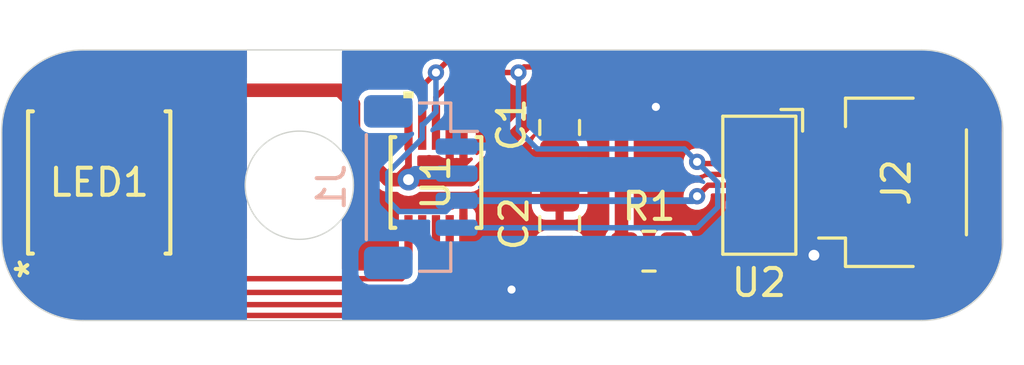
<source format=kicad_pcb>
(kicad_pcb (version 20221018) (generator pcbnew)
  (layers (0 "F.Cu" signal) (31 "B.Cu" signal) (34 "B.Paste" user) (35 "F.Paste" user) (36 "B.SilkS" user "B.Silkscreen") (37 "F.SilkS" user "F.Silkscreen") (38 "B.Mask" user) (39 "F.Mask" user) (44 "Edge.Cuts" user))
  (net 0 "")
  (net 1 "+3.3V")
  (net 2 "GND")
  (net 3 "/SDA")
  (net 4 "/SCL")
  (net 5 "Net-(LED1-ANODE_RED)")
  (net 6 "Net-(LED1-ANODE_GREEN)")
  (net 7 "Net-(LED1-ANODE_BLUE)")
  (net 8 "Net-(LED1-ANODE_WHITE)")
  (net 9 "Net-(U2-XSHUT)")
  (footprint "Resistor_SMD:R_0805_2012Metric" (layer "F.Cu") (at 153.162 102.4674)
    (fp_text reference "R1" (at 0 -1.65) (layer "F.SilkS"))
    (fp_text value "10k")
    (fp_line (start -0.227064 -0.735) (end 0.227064 -0.735) (stroke (width 0.12)) (layer "F.SilkS"))
    (fp_line (start -0.227064 0.735) (end 0.227064 0.735) (stroke (width 0.12)) (layer "F.SilkS"))
    (pad "1" smd roundrect (at -0.9125 0) (size 1.025 1.4) (layers "F.Cu" "F.Paste" "F.Mask") (roundrect_rratio 0.243902) (net 1 "+3.3V"))
    (pad "2" smd roundrect (at 0.9125 0) (size 1.025 1.4) (layers "F.Cu" "F.Paste" "F.Mask") (roundrect_rratio 0.243902) (net 9 "Net-(U2-XSHUT)"))
  )
  (footprint "Fiducial:Fiducial_1mm_Mask2mm" (layer "F.Cu") (at 137.2391 102.029)
    (fp_text reference "FID2" hide)
    (fp_text value "Fiducial")
    (pad "" smd circle (at 0 0) (size 1 1) (layers "F.Cu" "F.Mask") (clearance 0.5))
  )
  (footprint "Capacitor_SMD:C_0805_2012Metric" (layer "F.Cu") (at 149.86 101.4514 90)
    (fp_text reference "C2" (at 0 -1.68 90) (layer "F.SilkS"))
    (fp_text value "u1")
    (fp_line (start -0.261252 -0.735) (end 0.261252 -0.735) (stroke (width 0.12)) (layer "F.SilkS"))
    (fp_line (start -0.261252 0.735) (end 0.261252 0.735) (stroke (width 0.12)) (layer "F.SilkS"))
    (pad "1" smd roundrect (at -0.95 0 90) (size 1 1.45) (layers "F.Cu" "F.Paste" "F.Mask") (net 1 "+3.3V"))
    (pad "2" smd roundrect (at 0.95 0 90) (size 1 1.45) (layers "F.Cu" "F.Paste" "F.Mask") (net 2 "GND"))
  )
  (footprint "Connector_JST:JST_SH_SM04B-SRSS-TB_1x04-1MP_P1.00mm_Horizontal" (layer "F.Cu") (at 162.209 99.9214 90)
    (fp_text reference "J2" (at -0.006 0.097 90) (layer "F.SilkS"))
    (fp_text value "Conn_01x04")
    (fp_line (start -3.11 -1.785) (end -2.06 -1.785) (stroke (width 0.12)) (layer "F.SilkS"))
    (fp_line (start -3.11 0.715) (end -3.11 -1.785) (stroke (width 0.12)) (layer "F.SilkS"))
    (fp_line (start -2.06 -1.785) (end -2.06 -2.775) (stroke (width 0.12)) (layer "F.SilkS"))
    (fp_line (start -1.94 2.685) (end 1.94 2.685) (stroke (width 0.12)) (layer "F.SilkS"))
    (fp_line (start 3.11 -1.785) (end 2.06 -1.785) (stroke (width 0.12)) (layer "F.SilkS"))
    (fp_line (start 3.11 0.715) (end 3.11 -1.785) (stroke (width 0.12)) (layer "F.SilkS"))
    (pad "1" smd roundrect (at -1.5 -2 90) (size 0.6 1.55) (layers "F.Cu" "F.Paste" "F.Mask") (net 2 "GND"))
    (pad "2" smd roundrect (at -0.5 -2 90) (size 0.6 1.55) (layers "F.Cu" "F.Paste" "F.Mask") (net 1 "+3.3V"))
    (pad "3" smd roundrect (at 0.5 -2 90) (size 0.6 1.55) (layers "F.Cu" "F.Paste" "F.Mask") (net 3 "/SDA"))
    (pad "4" smd roundrect (at 1.5 -2 90) (size 0.6 1.55) (layers "F.Cu" "F.Paste" "F.Mask") (net 4 "/SCL"))
    (pad "MP" smd roundrect (at -2.8 1.875 90) (size 1.2 1.8) (layers "F.Cu" "F.Paste" "F.Mask") (roundrect_rratio 0.208333))
    (pad "MP" smd roundrect (at 2.8 1.875 90) (size 1.2 1.8) (layers "F.Cu" "F.Paste" "F.Mask") (roundrect_rratio 0.208333))
  )
  (footprint "Capacitor_SMD:C_0805_2012Metric" (layer "F.Cu") (at 149.86 97.8954 -90)
    (fp_text reference "C1" (at -0.1054 1.778 90) (layer "F.SilkS"))
    (fp_text value "10u")
    (fp_line (start -0.261252 -0.735) (end 0.261252 -0.735) (stroke (width 0.12)) (layer "F.SilkS"))
    (fp_line (start -0.261252 0.735) (end 0.261252 0.735) (stroke (width 0.12)) (layer "F.SilkS"))
    (pad "1" smd roundrect (at -0.95 0 270) (size 1 1.45) (layers "F.Cu" "F.Paste" "F.Mask") (net 1 "+3.3V"))
    (pad "2" smd roundrect (at 0.95 0 270) (size 1 1.45) (layers "F.Cu" "F.Paste" "F.Mask") (net 2 "GND"))
  )
  (footprint "footprints:TSSOP10_3P1X3P1_NXP" (layer "F.Cu") (at 145.288 99.9274 90)
    (fp_text reference "U1" (at 0 0 90 unlocked) (layer "F.SilkS"))
    (fp_text value "PCA9632DP2_118")
    (fp_line (start -1.6764 -1.6764) (end -1.6764 -1.50114) (stroke (width 0.1524)) (layer "F.SilkS"))
    (fp_line (start -1.6764 1.50114) (end -1.6764 1.6764) (stroke (width 0.1524)) (layer "F.SilkS"))
    (fp_line (start -1.6764 1.6764) (end 1.6764 1.6764) (stroke (width 0.1524)) (layer "F.SilkS"))
    (fp_line (start 1.6764 -1.6764) (end -1.6764 -1.6764) (stroke (width 0.1524)) (layer "F.SilkS"))
    (fp_line (start 1.6764 -1.50114) (end 1.6764 -1.6764) (stroke (width 0.1524)) (layer "F.SilkS"))
    (fp_line (start 1.6764 1.6764) (end 1.6764 1.50114) (stroke (width 0.1524)) (layer "F.SilkS"))
    (fp_poly (pts (xy 3.3655 -1.2065) (xy 3.3655 -0.8255) (xy 3.1115 -0.8255) (xy 3.1115 -1.2065)) (fill solid) (layer "F.SilkS"))
    (pad "1" smd rect (at -2.032 -1.016 90) (size 1.651 0.3048) (layers "F.Cu" "F.Paste" "F.Mask") (net 8 "Net-(LED1-ANODE_WHITE)"))
    (pad "2" smd rect (at -2.032 -0.508 90) (size 1.651 0.3048) (layers "F.Cu" "F.Paste" "F.Mask") (net 7 "Net-(LED1-ANODE_BLUE)"))
    (pad "3" smd rect (at -2.032 0 90) (size 1.651 0.3048) (layers "F.Cu" "F.Paste" "F.Mask") (net 6 "Net-(LED1-ANODE_GREEN)"))
    (pad "4" smd rect (at -2.032 0.508 90) (size 1.651 0.3048) (layers "F.Cu" "F.Paste" "F.Mask") (net 5 "Net-(LED1-ANODE_RED)"))
    (pad "5" smd rect (at -2.032 1.016 90) (size 1.651 0.3048) (layers "F.Cu" "F.Paste" "F.Mask") (net 2 "GND"))
    (pad "6" smd rect (at 2.032 1.016 90) (size 1.651 0.3048) (layers "F.Cu" "F.Paste" "F.Mask") (net 2 "GND"))
    (pad "7" smd rect (at 2.032 0.508 90) (size 1.651 0.3048) (layers "F.Cu" "F.Paste" "F.Mask") (net 2 "GND"))
    (pad "8" smd rect (at 2.032 0 90) (size 1.651 0.3048) (layers "F.Cu" "F.Paste" "F.Mask") (net 4 "/SCL"))
    (pad "9" smd rect (at 2.032 -0.508 90) (size 1.651 0.3048) (layers "F.Cu" "F.Paste" "F.Mask") (net 3 "/SDA"))
    (pad "10" smd rect (at 2.032 -1.016 90) (size 1.651 0.3048) (layers "F.Cu" "F.Paste" "F.Mask") (net 1 "+3.3V"))
  )
  (footprint "Fiducial:Fiducial_1mm_Mask2mm" (layer "F.Cu") (at 137.2391 98.029)
    (fp_text reference "FID1" hide)
    (fp_text value "Fiducial")
    (pad "" smd circle (at 0 0) (size 1 1) (layers "F.Cu" "F.Mask") (clearance 0.5))
  )
  (footprint "footprints:QLSP08RGBW_QUE" (layer "F.Cu") (at 132.842 99.9274 90)
    (fp_text reference "LED1" (at 0 0 unlocked) (layer "F.SilkS"))
    (fp_text value "QLSP08RGBW")
    (fp_text user "*" (at -3.1966 -2.54 90) (layer "F.SilkS"))
    (fp_line (start -2.6289 -2.6289) (end -2.6289 -2.45144) (stroke (width 0.1524)) (layer "F.SilkS"))
    (fp_line (start -2.6289 2.45144) (end -2.6289 2.6289) (stroke (width 0.1524)) (layer "F.SilkS"))
    (fp_line (start -2.6289 2.6289) (end 2.6289 2.6289) (stroke (width 0.1524)) (layer "F.SilkS"))
    (fp_line (start 2.6289 -2.6289) (end -2.6289 -2.6289) (stroke (width 0.1524)) (layer "F.SilkS"))
    (fp_line (start 2.6289 -2.45144) (end 2.6289 -2.6289) (stroke (width 0.1524)) (layer "F.SilkS"))
    (fp_line (start 2.6289 2.6289) (end 2.6289 2.45144) (stroke (width 0.1524)) (layer "F.SilkS"))
    (pad "1" smd rect (at -2.4511 -1.725 90) (size 1.27 0.7874) (layers "F.Cu" "F.Paste" "F.Mask") (net 5 "Net-(LED1-ANODE_RED)"))
    (pad "2" smd rect (at -2.4511 -0.575 90) (size 1.27 0.7874) (layers "F.Cu" "F.Paste" "F.Mask") (net 6 "Net-(LED1-ANODE_GREEN)"))
    (pad "3" smd rect (at -2.4511 0.575 90) (size 1.27 0.7874) (layers "F.Cu" "F.Paste" "F.Mask") (net 7 "Net-(LED1-ANODE_BLUE)"))
    (pad "4" smd rect (at -2.4511 1.725 90) (size 1.27 0.7874) (layers "F.Cu" "F.Paste" "F.Mask") (net 8 "Net-(LED1-ANODE_WHITE)"))
    (pad "5" smd rect (at 2.4511 1.725 90) (size 1.27 0.7874) (layers "F.Cu" "F.Paste" "F.Mask") (net 1 "+3.3V"))
    (pad "6" smd rect (at 2.4511 0.575 90) (size 1.27 0.7874) (layers "F.Cu" "F.Paste" "F.Mask") (net 1 "+3.3V"))
    (pad "7" smd rect (at 2.4511 -0.575 90) (size 1.27 0.7874) (layers "F.Cu" "F.Paste" "F.Mask") (net 1 "+3.3V"))
    (pad "8" smd rect (at 2.4511 -1.725 90) (size 1.27 0.7874) (layers "F.Cu" "F.Paste" "F.Mask") (net 1 "+3.3V"))
  )
  (footprint "Sensor_Distance:ST_VL53L1x" (layer "F.Cu") (at 157.2391 100.029 -90)
    (fp_text reference "U2" (at 3.603 0.0131 -180) (layer "F.SilkS"))
    (fp_text value "VL53L1CXV0FY1")
    (fp_line (start -2.8 -1.6) (end -2 -1.6) (stroke (width 0.12)) (layer "F.SilkS"))
    (fp_line (start -2.8 -0.8) (end -2.8 -1.6) (stroke (width 0.12)) (layer "F.SilkS"))
    (fp_line (start -2.55 -1.35) (end -2.55 1.35) (stroke (width 0.12)) (layer "F.SilkS"))
    (fp_line (start -2.55 1.35) (end 2.55 1.35) (stroke (width 0.12)) (layer "F.SilkS"))
    (fp_line (start 2.55 -1.35) (end -2.55 -1.35) (stroke (width 0.12)) (layer "F.SilkS"))
    (fp_line (start 2.55 1.35) (end 2.55 -1.35) (stroke (width 0.12)) (layer "F.SilkS"))
    (pad "1" smd roundrect (at -1.74 -0.675 270) (size 0.38 0.25) (layers "F.Cu" "F.Paste" "F.Mask") (net 1 "+3.3V"))
    (pad "1" smd roundrect (at -1.6 -0.8 270) (size 0.5 0.5) (layers "F.Cu" "F.Paste" "F.Mask") (net 1 "+3.3V"))
    (pad "2" smd roundrect (at -0.8 -0.8 270) (size 0.5 0.5) (layers "F.Cu" "F.Paste" "F.Mask") (net 2 "GND"))
    (pad "3" smd roundrect (at 0 -0.8 270) (size 0.5 0.5) (layers "F.Cu" "F.Paste" "F.Mask") (net 2 "GND"))
    (pad "4" smd roundrect (at 0.8 -0.8 270) (size 0.5 0.5) (layers "F.Cu" "F.Paste" "F.Mask") (net 2 "GND"))
    (pad "5" smd roundrect (at 1.6 -0.8 270) (size 0.5 0.5) (layers "F.Cu" "F.Paste" "F.Mask") (net 9 "Net-(U2-XSHUT)"))
    (pad "6" smd roundrect (at 1.6 0 270) (size 0.5 0.5) (layers "F.Cu" "F.Paste" "F.Mask") (net 2 "GND"))
    (pad "7" smd roundrect (at 1.6 0.8 270) (size 0.5 0.5) (layers "F.Cu" "F.Paste" "F.Mask"))
    (pad "8" smd roundrect (at 0.8 0.8 270) (size 0.5 0.5) (layers "F.Cu" "F.Paste" "F.Mask"))
    (pad "9" smd roundrect (at 0 0.8 270) (size 0.5 0.5) (layers "F.Cu" "F.Paste" "F.Mask") (net 3 "/SDA"))
    (pad "10" smd roundrect (at -0.8 0.8 270) (size 0.5 0.5) (layers "F.Cu" "F.Paste" "F.Mask") (net 4 "/SCL"))
    (pad "11" smd roundrect (at -1.6 0.8 270) (size 0.5 0.5) (layers "F.Cu" "F.Paste" "F.Mask") (net 1 "+3.3V"))
    (pad "12" smd roundrect (at -1.6 0 270) (size 0.5 0.5) (layers "F.Cu" "F.Paste" "F.Mask") (net 2 "GND"))
  )
  (footprint "Connector_JST:JST_SH_BM04B-SRSS-TB_1x04-1MP_P1.00mm_Vertical" (layer "B.Cu") (at 144.725 100.1 -90)
    (fp_text reference "J1" (at 0 3.3 90) (layer "B.SilkS") (effects (justify mirror)))
    (fp_text value "Conn_01x04")
    (fp_line (start -3.11 -1.11) (end -2.06 -1.11) (stroke (width 0.12)) (layer "B.SilkS"))
    (fp_line (start -3.11 0.04) (end -3.11 -1.11) (stroke (width 0.12)) (layer "B.SilkS"))
    (fp_line (start -2.06 -1.11) (end -2.06 -2.1) (stroke (width 0.12)) (layer "B.SilkS"))
    (fp_line (start -1.94 2.01) (end 1.94 2.01) (stroke (width 0.12)) (layer "B.SilkS"))
    (fp_line (start 3.11 -1.11) (end 2.06 -1.11) (stroke (width 0.12)) (layer "B.SilkS"))
    (fp_line (start 3.11 0.04) (end 3.11 -1.11) (stroke (width 0.12)) (layer "B.SilkS"))
    (pad "1" smd roundrect (at -1.5 -1.325 270) (size 0.6 1.55) (layers "B.Cu" "B.Paste" "B.Mask") (net 2 "GND"))
    (pad "2" smd roundrect (at -0.5 -1.325 270) (size 0.6 1.55) (layers "B.Cu" "B.Paste" "B.Mask") (net 1 "+3.3V"))
    (pad "3" smd roundrect (at 0.5 -1.325 270) (size 0.6 1.55) (layers "B.Cu" "B.Paste" "B.Mask") (net 3 "/SDA"))
    (pad "4" smd roundrect (at 1.5 -1.325 270) (size 0.6 1.55) (layers "B.Cu" "B.Paste" "B.Mask") (net 4 "/SCL"))
    (pad "MP" smd roundrect (at -2.8 1.2 270) (size 1.2 1.8) (layers "B.Cu" "B.Paste" "B.Mask") (roundrect_rratio 0.208333))
    (pad "MP" smd roundrect (at 2.8 1.2 270) (size 1.2 1.8) (layers "B.Cu" "B.Paste" "B.Mask") (roundrect_rratio 0.208333))
  )
  (gr_line (start 129.2391 98.029) (end 129.2391 102.029) (stroke (width 0.05)) (layer "Edge.Cuts"))
  (gr_line (start 166.2391 102.029) (end 166.2391 98.029) (stroke (width 0.05)) (layer "Edge.Cuts"))
  (gr_arc (start 163.2391 95.029) (mid 165.36042 95.90768) (end 166.2391 98.029) (stroke (width 0.05)) (layer "Edge.Cuts"))
  (gr_arc (start 166.2391 102.029) (mid 165.36042 104.15032) (end 163.2391 105.029) (stroke (width 0.05)) (layer "Edge.Cuts"))
  (gr_arc (start 132.2391 105.029) (mid 130.11778 104.15032) (end 129.2391 102.029) (stroke (width 0.05)) (layer "Edge.Cuts"))
  (gr_line (start 132.2391 105.029) (end 163.2391 105.029) (stroke (width 0.05)) (layer "Edge.Cuts"))
  (gr_arc (start 129.2391 98.029) (mid 130.11778 95.90768) (end 132.2391 95.029) (stroke (width 0.05)) (layer "Edge.Cuts"))
  (gr_arc (start 138.2391 100.029) (mid 140.2391 98.029) (end 142.2391 100.029) (stroke (width 0.05)) (layer "Edge.Cuts"))
  (gr_line (start 163.2391 95.029) (end 132.2391 95.029) (stroke (width 0.05)) (layer "Edge.Cuts"))
  (gr_arc (start 142.2391 100.029) (mid 140.2391 102.029) (end 138.2391 100.029) (stroke (width 0.05)) (layer "Edge.Cuts"))
  (segment (start 152.146 103.378) (end 152.146 102.5709) (width 0.5) (layer "F.Cu") (net 1))
  (segment (start 162.052 100.838) (end 162.052 102.362) (width 0.5) (layer "F.Cu") (net 1))
  (segment (start 160.209 100.4214) (end 161.6354 100.4214) (width 0.5) (layer "F.Cu") (net 1))
  (segment (start 149.86 96.9454) (end 149.4346 96.9454) (width 0.5) (layer "F.Cu") (net 1))
  (segment (start 158.0391 98.429) (end 158.373 98.429) (width 0.25) (layer "F.Cu") (net 1))
  (segment (start 156.718 97.536) (end 157.737248 97.536) (width 0.25) (layer "F.Cu") (net 1))
  (segment (start 142.24 97.028) (end 141.732 96.52) (width 0.5) (layer "F.Cu") (net 1))
  (segment (start 152.146 102.5709) (end 152.2495 102.4674) (width 0.5) (layer "F.Cu") (net 1))
  (segment (start 152.654 103.886) (end 152.146 103.378) (width 0.5) (layer "F.Cu") (net 1))
  (segment (start 152.146 98.044) (end 152.146 102.3639) (width 0.5) (layer "F.Cu") (net 1))
  (segment (start 159.3494 100.4214) (end 160.209 100.4214) (width 0.25) (layer "F.Cu") (net 1))
  (segment (start 142.24 98.552) (end 142.24 97.028) (width 0.5) (layer "F.Cu") (net 1))
  (segment (start 141.732 96.52) (end 135.5233 96.52) (width 0.5) (layer "F.Cu") (net 1))
  (segment (start 157.737248 97.536) (end 158.0391 97.837852) (width 0.25) (layer "F.Cu") (net 1))
  (segment (start 162.052 102.362) (end 160.528 103.886) (width 0.5) (layer "F.Cu") (net 1))
  (segment (start 149.4346 96.9454) (end 146.558 99.822) (width 0.5) (layer "F.Cu") (net 1))
  (segment (start 135.5233 96.52) (end 134.567 97.4763) (width 0.5) (layer "F.Cu") (net 1))
  (segment (start 131.117 97.4763) (end 134.567 97.4763) (width 0.5) (layer "F.Cu") (net 1))
  (segment (start 144.272 97.8954) (end 144.272 99.314) (width 0.25) (layer "F.Cu") (net 1))
  (segment (start 146.558 99.822) (end 144.272 99.822) (width 0.5) (layer "F.Cu") (net 1))
  (segment (start 160.528 103.886) (end 152.654 103.886) (width 0.5) (layer "F.Cu") (net 1))
  (segment (start 149.86 102.4014) (end 152.1835 102.4014) (width 0.5) (layer "F.Cu") (net 1))
  (segment (start 143.51 99.822) (end 142.24 98.552) (width 0.5) (layer "F.Cu") (net 1))
  (segment (start 152.146 102.3639) (end 152.2495 102.4674) (width 0.5) (layer "F.Cu") (net 1))
  (segment (start 149.86 96.9454) (end 151.0474 96.9454) (width 0.5) (layer "F.Cu") (net 1))
  (segment (start 151.0474 96.9454) (end 152.146 98.044) (width 0.5) (layer "F.Cu") (net 1))
  (segment (start 144.272 99.822) (end 143.764 99.822) (width 0.5) (layer "F.Cu") (net 1))
  (segment (start 158.0391 97.837852) (end 158.0391 98.429) (width 0.25) (layer "F.Cu") (net 1))
  (segment (start 158.75 99.822) (end 159.3494 100.4214) (width 0.25) (layer "F.Cu") (net 1))
  (segment (start 156.4391 98.429) (end 156.4391 97.8149) (width 0.25) (layer "F.Cu") (net 1))
  (segment (start 156.4391 97.8149) (end 156.718 97.536) (width 0.25) (layer "F.Cu") (net 1))
  (segment (start 144.272 99.314) (end 143.764 99.822) (width 0.25) (layer "F.Cu") (net 1))
  (segment (start 158.373 98.429) (end 158.75 98.806) (width 0.25) (layer "F.Cu") (net 1))
  (segment (start 143.764 99.822) (end 143.51 99.822) (width 0.5) (layer "F.Cu") (net 1))
  (segment (start 158.75 98.806) (end 158.75 99.822) (width 0.25) (layer "F.Cu") (net 1))
  (segment (start 152.1835 102.4014) (end 152.2495 102.4674) (width 0.5) (layer "F.Cu") (net 1))
  (segment (start 161.6354 100.4214) (end 162.052 100.838) (width 0.5) (layer "F.Cu") (net 1))
  (via (at 144.272 99.822) (size 0.8) (drill 0.4) (layers "F.Cu" "B.Cu") (net 1))
  (segment (start 146.018 99.568) (end 146.05 99.6) (width 0.5) (layer "B.Cu") (net 1))
  (segment (start 144.526 99.568) (end 146.018 99.568) (width 0.5) (layer "B.Cu") (net 1))
  (segment (start 144.272 99.822) (end 144.526 99.568) (width 0.5) (layer "B.Cu") (net 1))
  (via (at 148.082 103.886) (size 0.6) (drill 0.3) (layers "F.Cu" "B.Cu") (net 2))
  (via (at 153.416 97.1334) (size 0.6) (drill 0.3) (layers "F.Cu" "B.Cu") (net 2))
  (via (at 159.258 102.616) (size 0.8) (drill 0.4) (layers "F.Cu" "B.Cu") (net 2))
  (segment (start 145.288 95.8634) (end 145.8944 95.257) (width 0.2) (layer "F.Cu") (net 3))
  (segment (start 156.4391 100.029) (end 155.3464 100.029) (width 0.2) (layer "F.Cu") (net 3))
  (segment (start 161.034 99.4214) (end 160.209 99.4214) (width 0.2) (layer "F.Cu") (net 3))
  (segment (start 155.3464 100.029) (end 154.94 100.4354) (width 0.2) (layer "F.Cu") (net 3))
  (segment (start 158.6516 95.257) (end 161.53508 98.14048) (width 0.2) (layer "F.Cu") (net 3))
  (segment (start 145.288 95.8634) (end 144.78 96.3714) (width 0.2) (layer "F.Cu") (net 3))
  (segment (start 145.8944 95.257) (end 158.6516 95.257) (width 0.2) (layer "F.Cu") (net 3))
  (segment (start 161.53508 98.14048) (end 161.53508 98.92032) (width 0.2) (layer "F.Cu") (net 3))
  (segment (start 144.78 96.3714) (end 144.78 97.8954) (width 0.2) (layer "F.Cu") (net 3))
  (segment (start 161.53508 98.92032) (end 161.034 99.4214) (width 0.2) (layer "F.Cu") (net 3))
  (via (at 154.94 100.4354) (size 0.6) (drill 0.3) (layers "F.Cu" "B.Cu") (net 3))
  (via (at 145.288 95.8634) (size 0.6) (drill 0.3) (layers "F.Cu" "B.Cu") (net 3))
  (segment (start 146.05 100.6) (end 154.7754 100.6) (width 0.25) (layer "B.Cu") (net 3))
  (segment (start 144.78 97.79) (end 144.78 98.298) (width 0.2) (layer "B.Cu") (net 3))
  (segment (start 143.51 99.568) (end 143.51 100.584) (width 0.2) (layer "B.Cu") (net 3))
  (segment (start 143.926 101) (end 145.65 101) (width 0.2) (layer "B.Cu") (net 3))
  (segment (start 144.812817 97.79) (end 144.78 97.79) (width 0.2) (layer "B.Cu") (net 3))
  (segment (start 145.288 97.314817) (end 144.812817 97.79) (width 0.2) (layer "B.Cu") (net 3))
  (segment (start 145.288 95.8634) (end 145.288 97.314817) (width 0.2) (layer "B.Cu") (net 3))
  (segment (start 144.78 98.298) (end 143.51 99.568) (width 0.2) (layer "B.Cu") (net 3))
  (segment (start 143.51 100.584) (end 143.926 101) (width 0.2) (layer "B.Cu") (net 3))
  (segment (start 154.7754 100.6) (end 154.94 100.4354) (width 0.25) (layer "B.Cu") (net 3))
  (segment (start 145.65 101) (end 146.05 100.6) (width 0.2) (layer "B.Cu") (net 3))
  (segment (start 148.336 95.8634) (end 146.1986 95.8634) (width 0.2) (layer "F.Cu") (net 4))
  (segment (start 145.288 96.774) (end 145.288 97.8954) (width 0.2) (layer "F.Cu") (net 4))
  (segment (start 156.4391 99.229) (end 155.0036 99.229) (width 0.2) (layer "F.Cu") (net 4))
  (segment (start 159.258 97.4704) (end 159.258 97.3874) (width 0.2) (layer "F.Cu") (net 4))
  (segment (start 155.0036 99.229) (end 154.94 99.1654) (width 0.2) (layer "F.Cu") (net 4))
  (segment (start 148.5424 95.657) (end 148.336 95.8634) (width 0.2) (layer "F.Cu") (net 4))
  (segment (start 159.258 97.3874) (end 157.5276 95.657) (width 0.2) (layer "F.Cu") (net 4))
  (segment (start 160.209 98.4214) (end 159.258 97.4704) (width 0.2) (layer "F.Cu") (net 4))
  (segment (start 157.5276 95.657) (end 148.5424 95.657) (width 0.2) (layer "F.Cu") (net 4))
  (segment (start 146.1986 95.8634) (end 145.288 96.774) (width 0.2) (layer "F.Cu") (net 4))
  (via (at 154.94 99.1654) (size 0.6) (drill 0.3) (layers "F.Cu" "B.Cu") (net 4))
  (via (at 148.336 95.8634) (size 0.6) (drill 0.3) (layers "F.Cu" "B.Cu") (net 4))
  (segment (start 155.702 100.838) (end 154.94 101.6) (width 0.2) (layer "B.Cu") (net 4))
  (segment (start 155.702 99.9274) (end 155.702 100.838) (width 0.2) (layer "B.Cu") (net 4))
  (segment (start 154.94 99.1654) (end 154.462 98.6874) (width 0.2) (layer "B.Cu") (net 4))
  (segment (start 149.033 98.6874) (end 154.462 98.6874) (width 0.2) (layer "B.Cu") (net 4))
  (segment (start 154.94 99.1654) (end 155.702 99.9274) (width 0.2) (layer "B.Cu") (net 4))
  (segment (start 148.336 95.8634) (end 148.336 97.9904) (width 0.2) (layer "B.Cu") (net 4))
  (segment (start 148.336 97.9904) (end 149.033 98.6874) (width 0.2) (layer "B.Cu") (net 4))
  (segment (start 154.94 101.6) (end 146.05 101.6) (width 0.2) (layer "B.Cu") (net 4))
  (segment (start 133.1972 104.8422) (end 144.9452 104.8422) (width 0.2) (layer "F.Cu") (net 5))
  (segment (start 131.117 102.762) (end 133.1972 104.8422) (width 0.2) (layer "F.Cu") (net 5))
  (segment (start 145.796 103.9914) (end 145.796 101.9594) (width 0.2) (layer "F.Cu") (net 5))
  (segment (start 131.117 102.3785) (end 131.117 102.762) (width 0.2) (layer "F.Cu") (net 5))
  (segment (start 144.9452 104.8422) (end 145.796 103.9914) (width 0.2) (layer "F.Cu") (net 5))
  (segment (start 133.4957 104.4422) (end 144.5832 104.4422) (width 0.2) (layer "F.Cu") (net 6))
  (segment (start 144.5832 104.4422) (end 145.288 103.7374) (width 0.2) (layer "F.Cu") (net 6))
  (segment (start 145.288 103.7374) (end 145.288 101.9594) (width 0.2) (layer "F.Cu") (net 6))
  (segment (start 132.267 103.2135) (end 133.4957 104.4422) (width 0.2) (layer "F.Cu") (net 6))
  (segment (start 132.267 102.3785) (end 132.267 103.2135) (width 0.2) (layer "F.Cu") (net 6))
  (segment (start 133.417 102.3785) (end 133.417 103.3884) (width 0.2) (layer "F.Cu") (net 7))
  (segment (start 134.02 103.9914) (end 144.4206 103.9914) (width 0.2) (layer "F.Cu") (net 7))
  (segment (start 144.4206 103.9914) (end 144.78 103.632) (width 0.2) (layer "F.Cu") (net 7))
  (segment (start 133.417 103.3884) (end 134.02 103.9914) (width 0.2) (layer "F.Cu") (net 7))
  (segment (start 144.78 103.632) (end 144.78 101.9594) (width 0.2) (layer "F.Cu") (net 7))
  (segment (start 144.272 103.2294) (end 144.018 103.4834) (width 0.2) (layer "F.Cu") (net 8))
  (segment (start 144.018 103.4834) (end 135.636 103.4834) (width 0.2) (layer "F.Cu") (net 8))
  (segment (start 144.272 101.9594) (end 144.272 103.2294) (width 0.2) (layer "F.Cu") (net 8))
  (segment (start 134.567 102.4144) (end 134.567 102.3785) (width 0.2) (layer "F.Cu") (net 8))
  (segment (start 135.636 103.4834) (end 134.567 102.4144) (width 0.2) (layer "F.Cu") (net 8))
  (segment (start 157.734 102.4674) (end 158.0391 102.1623) (width 0.2) (layer "F.Cu") (net 9))
  (segment (start 154.0745 102.4674) (end 157.734 102.4674) (width 0.2) (layer "F.Cu") (net 9))
  (segment (start 158.0391 102.1623) (end 158.0391 101.629) (width 0.2) (layer "F.Cu") (net 9))
  (zone (net 2) (net_name "GND") (layer "F.Cu") (priority 6) (connect_pads (clearance 0.000001)) (min_thickness 0.127) (fill yes (thermal_gap 0.304) (thermal_bridge_width 0.304))
    (polygon (pts (xy 166.1961 105.156) (xy 141.8121 105.156) (xy 141.8121 94.742) (xy 166.1961 94.742)))
  )
  (zone (net 2) (net_name "GND") (layer "F.Cu") (priority 6) (connect_pads (clearance 0.000001)) (min_thickness 0.0635) (fill yes (thermal_gap 0.177) (thermal_bridge_width 0.177))
    (polygon (pts (xy 138.3026 105.0925) (xy 129.1756 105.0925) (xy 129.1756 94.9655) (xy 138.3026 94.9655)))
  )
  (zone (net 2) (net_name "GND") (layer "B.Cu") (priority 6) (connect_pads (clearance 0.000001)) (min_thickness 0.127) (fill yes (thermal_gap 0.304) (thermal_bridge_width 0.304))
    (polygon (pts (xy 166.1961 105.156) (xy 141.8121 105.156) (xy 141.8121 94.742) (xy 166.1961 94.742)))
  )
  (zone (net 2) (net_name "GND") (layer "B.Cu") (priority 6) (connect_pads (clearance 0.000001)) (min_thickness 0.0635) (fill yes (thermal_gap 0.177) (thermal_bridge_width 0.177))
    (polygon (pts (xy 138.3026 105.0925) (xy 129.1756 105.0925) (xy 129.1756 94.9655) (xy 138.3026 94.9655)))
  )
)
</source>
